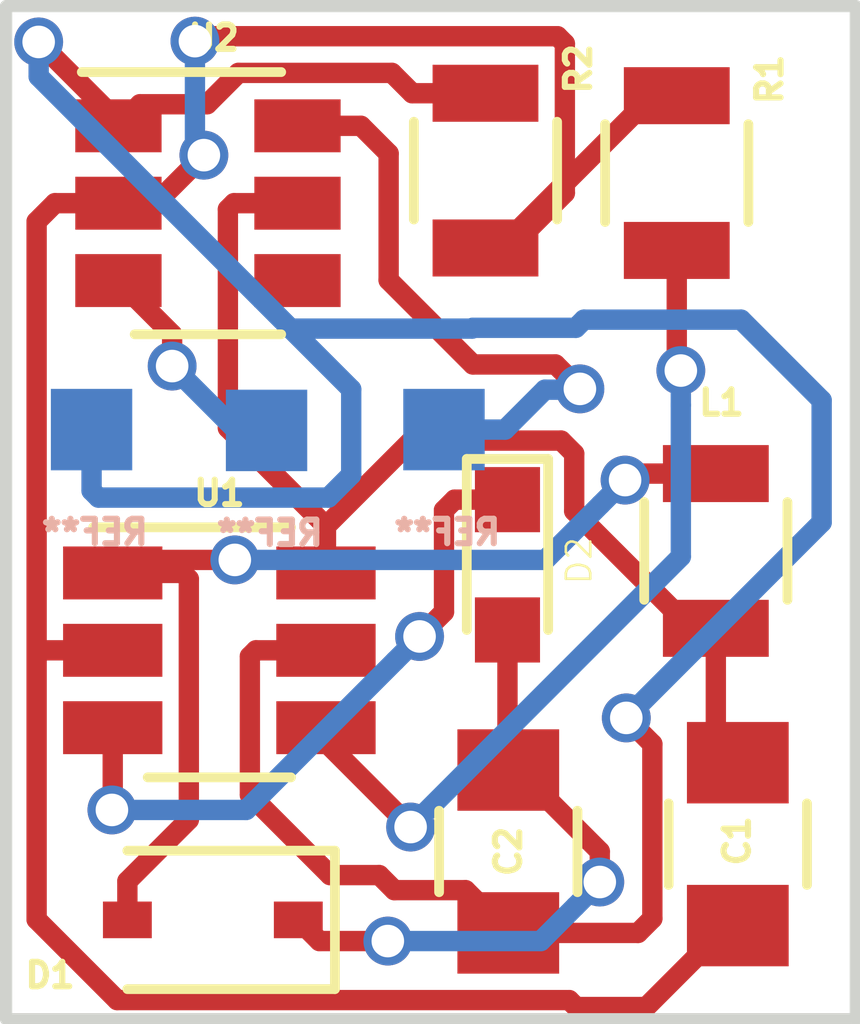
<source format=kicad_pcb>
(kicad_pcb (version 4) (host pcbnew 4.0.7)

  (general
    (links 16)
    (no_connects 0)
    (area 141.229999 103.849999 152.145001 116.835011)
    (thickness 1.6)
    (drawings 5)
    (tracks 141)
    (zones 0)
    (modules 12)
    (nets 11)
  )

  (page A4)
  (layers
    (0 F.Cu signal)
    (31 B.Cu signal)
    (32 B.Adhes user)
    (33 F.Adhes user)
    (34 B.Paste user)
    (35 F.Paste user)
    (36 B.SilkS user)
    (37 F.SilkS user)
    (38 B.Mask user)
    (39 F.Mask user)
    (40 Dwgs.User user)
    (41 Cmts.User user)
    (42 Eco1.User user)
    (43 Eco2.User user)
    (44 Edge.Cuts user)
    (45 Margin user)
    (46 B.CrtYd user)
    (47 F.CrtYd user)
    (48 B.Fab user)
    (49 F.Fab user)
  )

  (setup
    (last_trace_width 0.25)
    (trace_clearance 0.2)
    (zone_clearance 0.508)
    (zone_45_only no)
    (trace_min 0.2)
    (segment_width 0.2)
    (edge_width 0.15)
    (via_size 0.6)
    (via_drill 0.4)
    (via_min_size 0.4)
    (via_min_drill 0.3)
    (uvia_size 0.3)
    (uvia_drill 0.1)
    (uvias_allowed no)
    (uvia_min_size 0.2)
    (uvia_min_drill 0.1)
    (pcb_text_width 0.3)
    (pcb_text_size 1.5 1.5)
    (mod_edge_width 0.15)
    (mod_text_size 1 1)
    (mod_text_width 0.15)
    (pad_size 1 1)
    (pad_drill 0)
    (pad_to_mask_clearance 0.2)
    (aux_axis_origin 0 0)
    (visible_elements FFFFFF7F)
    (pcbplotparams
      (layerselection 0x00030_80000001)
      (usegerberextensions false)
      (excludeedgelayer true)
      (linewidth 0.100000)
      (plotframeref false)
      (viasonmask false)
      (mode 1)
      (useauxorigin false)
      (hpglpennumber 1)
      (hpglpenspeed 20)
      (hpglpendiameter 15)
      (hpglpenoverlay 2)
      (psnegative false)
      (psa4output false)
      (plotreference true)
      (plotvalue true)
      (plotinvisibletext false)
      (padsonsilk false)
      (subtractmaskfromsilk false)
      (outputformat 1)
      (mirror false)
      (drillshape 0)
      (scaleselection 1)
      (outputdirectory ./))
  )

  (net 0 "")
  (net 1 VCC)
  (net 2 GND)
  (net 3 "Net-(C2-Pad1)")
  (net 4 "Net-(C2-Pad2)")
  (net 5 "Net-(D1-Pad2)")
  (net 6 "Net-(D2-Pad1)")
  (net 7 "Net-(R1-Pad1)")
  (net 8 "Net-(U2-Pad3)")
  (net 9 "Net-(U2-Pad4)")
  (net 10 "Net-(U2-Pad6)")

  (net_class Default "This is the default net class."
    (clearance 0.2)
    (trace_width 0.25)
    (via_dia 0.6)
    (via_drill 0.4)
    (uvia_dia 0.3)
    (uvia_drill 0.1)
    (add_net GND)
    (add_net "Net-(C2-Pad1)")
    (add_net "Net-(C2-Pad2)")
    (add_net "Net-(D1-Pad2)")
    (add_net "Net-(D2-Pad1)")
    (add_net "Net-(R1-Pad1)")
    (add_net "Net-(U2-Pad3)")
    (add_net "Net-(U2-Pad4)")
    (add_net "Net-(U2-Pad6)")
    (add_net VCC)
  )

  (module Measurement_Points:Measurement_Point_Square-SMD-Pad_Small (layer B.Cu) (tedit 5B11B063) (tstamp 5B11AF93)
    (at 147.01 109.42)
    (descr "Mesurement Point, Square, SMD Pad,  1.5mm x 1.5mm,")
    (tags "Mesurement Point Square SMD Pad 1.5x1.5mm")
    (attr virtual)
    (fp_text reference REF** (at 0.04 1.26) (layer B.SilkS)
      (effects (font (size 0.3 0.3) (thickness 0.075)) (justify mirror))
    )
    (fp_text value RESET (at 0.03 -1.31) (layer B.Fab)
      (effects (font (size 0.3 0.3) (thickness 0.075)) (justify mirror))
    )
    (fp_line (start -1 1) (end 1 1) (layer B.CrtYd) (width 0.05))
    (fp_line (start 1 1) (end 1 -1) (layer B.CrtYd) (width 0.05))
    (fp_line (start 1 -1) (end -1 -1) (layer B.CrtYd) (width 0.05))
    (fp_line (start -1 -1) (end -1 1) (layer B.CrtYd) (width 0.05))
    (pad 1 smd rect (at 0 0) (size 1 1) (layers B.Cu B.Mask)
      (net 10 "Net-(U2-Pad6)"))
  )

  (module Measurement_Points:Measurement_Point_Square-SMD-Pad_Small (layer B.Cu) (tedit 5B11B042) (tstamp 5B11AF8F)
    (at 144.83 109.43)
    (descr "Mesurement Point, Square, SMD Pad,  1.5mm x 1.5mm,")
    (tags "Mesurement Point Square SMD Pad 1.5x1.5mm")
    (attr virtual)
    (fp_text reference REF** (at 0.04 1.26) (layer B.SilkS)
      (effects (font (size 0.3 0.3) (thickness 0.075)) (justify mirror))
    )
    (fp_text value TPICLK (at 0.03 -1.31 180) (layer B.Fab)
      (effects (font (size 0.3 0.3) (thickness 0.075)) (justify mirror))
    )
    (fp_line (start -1 1) (end 1 1) (layer B.CrtYd) (width 0.05))
    (fp_line (start 1 1) (end 1 -1) (layer B.CrtYd) (width 0.05))
    (fp_line (start 1 -1) (end -1 -1) (layer B.CrtYd) (width 0.05))
    (fp_line (start -1 -1) (end -1 1) (layer B.CrtYd) (width 0.05))
    (pad 1 smd rect (at 0 0) (size 1 1) (layers B.Cu B.Mask)
      (net 8 "Net-(U2-Pad3)"))
  )

  (module Capacitors_SMD:C_0805 (layer F.Cu) (tedit 5B11A7AF) (tstamp 5B11A561)
    (at 150.62 114.51 270)
    (descr "Capacitor SMD 0805, reflow soldering, AVX (see smccp.pdf)")
    (tags "capacitor 0805")
    (path /5B11B7FA)
    (attr smd)
    (fp_text reference C1 (at -0.04 0.01 270) (layer F.SilkS)
      (effects (font (size 0.3 0.3) (thickness 0.075)))
    )
    (fp_text value 4.7uF (at 0.05 1.2 270) (layer F.Fab)
      (effects (font (size 0.3 0.3) (thickness 0.075)))
    )
    (fp_text user %R (at -0.04 0.01 270) (layer F.Fab)
      (effects (font (size 0.3 0.3) (thickness 0.075)))
    )
    (fp_line (start -1 0.62) (end -1 -0.62) (layer F.Fab) (width 0.1))
    (fp_line (start 1 0.62) (end -1 0.62) (layer F.Fab) (width 0.1))
    (fp_line (start 1 -0.62) (end 1 0.62) (layer F.Fab) (width 0.1))
    (fp_line (start -1 -0.62) (end 1 -0.62) (layer F.Fab) (width 0.1))
    (fp_line (start 0.5 -0.85) (end -0.5 -0.85) (layer F.SilkS) (width 0.12))
    (fp_line (start -0.5 0.85) (end 0.5 0.85) (layer F.SilkS) (width 0.12))
    (fp_line (start -1.75 -0.88) (end 1.75 -0.88) (layer F.CrtYd) (width 0.05))
    (fp_line (start -1.75 -0.88) (end -1.75 0.87) (layer F.CrtYd) (width 0.05))
    (fp_line (start 1.75 0.87) (end 1.75 -0.88) (layer F.CrtYd) (width 0.05))
    (fp_line (start 1.75 0.87) (end -1.75 0.87) (layer F.CrtYd) (width 0.05))
    (pad 1 smd rect (at -1 0 270) (size 1 1.25) (layers F.Cu F.Paste F.Mask)
      (net 1 VCC))
    (pad 2 smd rect (at 1 0 270) (size 1 1.25) (layers F.Cu F.Paste F.Mask)
      (net 2 GND))
    (model Capacitors_SMD.3dshapes/C_0805.wrl
      (at (xyz 0 0 0))
      (scale (xyz 1 1 1))
      (rotate (xyz 0 0 0))
    )
  )

  (module Capacitors_SMD:C_0805 (layer F.Cu) (tedit 5B11A7D7) (tstamp 5B11A567)
    (at 147.8 114.6 270)
    (descr "Capacitor SMD 0805, reflow soldering, AVX (see smccp.pdf)")
    (tags "capacitor 0805")
    (path /5B11B861)
    (attr smd)
    (fp_text reference C2 (at 0 0 270) (layer F.SilkS)
      (effects (font (size 0.3 0.3) (thickness 0.075)))
    )
    (fp_text value 4.7uF (at 0.01 -1.14 270) (layer F.Fab)
      (effects (font (size 0.3 0.3) (thickness 0.075)))
    )
    (fp_text user %R (at -0.01 0 270) (layer F.Fab)
      (effects (font (size 0.3 0.3) (thickness 0.075)))
    )
    (fp_line (start -1 0.62) (end -1 -0.62) (layer F.Fab) (width 0.1))
    (fp_line (start 1 0.62) (end -1 0.62) (layer F.Fab) (width 0.1))
    (fp_line (start 1 -0.62) (end 1 0.62) (layer F.Fab) (width 0.1))
    (fp_line (start -1 -0.62) (end 1 -0.62) (layer F.Fab) (width 0.1))
    (fp_line (start 0.5 -0.85) (end -0.5 -0.85) (layer F.SilkS) (width 0.12))
    (fp_line (start -0.5 0.85) (end 0.5 0.85) (layer F.SilkS) (width 0.12))
    (fp_line (start -1.75 -0.88) (end 1.75 -0.88) (layer F.CrtYd) (width 0.05))
    (fp_line (start -1.75 -0.88) (end -1.75 0.87) (layer F.CrtYd) (width 0.05))
    (fp_line (start 1.75 0.87) (end 1.75 -0.88) (layer F.CrtYd) (width 0.05))
    (fp_line (start 1.75 0.87) (end -1.75 0.87) (layer F.CrtYd) (width 0.05))
    (pad 1 smd rect (at -1 0 270) (size 1 1.25) (layers F.Cu F.Paste F.Mask)
      (net 3 "Net-(C2-Pad1)"))
    (pad 2 smd rect (at 1 0 270) (size 1 1.25) (layers F.Cu F.Paste F.Mask)
      (net 4 "Net-(C2-Pad2)"))
    (model Capacitors_SMD.3dshapes/C_0805.wrl
      (at (xyz 0 0 0))
      (scale (xyz 1 1 1))
      (rotate (xyz 0 0 0))
    )
  )

  (module Diodes_SMD:D_SOD-323 (layer F.Cu) (tedit 5B11A873) (tstamp 5B11A56D)
    (at 144.17 115.44 180)
    (descr SOD-323)
    (tags SOD-323)
    (path /5B11A2F9)
    (attr smd)
    (fp_text reference D1 (at 2 -0.68 180) (layer F.SilkS)
      (effects (font (size 0.3 0.3) (thickness 0.075)))
    )
    (fp_text value D_Schottky (at -1.94 0.05 270) (layer F.Fab)
      (effects (font (size 0.3 0.3) (thickness 0.075)))
    )
    (fp_text user %R (at 2 -0.68 180) (layer F.Fab)
      (effects (font (size 0.3 0.3) (thickness 0.075)))
    )
    (fp_line (start -1.5 -0.85) (end -1.5 0.85) (layer F.SilkS) (width 0.12))
    (fp_line (start 0.2 0) (end 0.45 0) (layer F.Fab) (width 0.1))
    (fp_line (start 0.2 0.35) (end -0.3 0) (layer F.Fab) (width 0.1))
    (fp_line (start 0.2 -0.35) (end 0.2 0.35) (layer F.Fab) (width 0.1))
    (fp_line (start -0.3 0) (end 0.2 -0.35) (layer F.Fab) (width 0.1))
    (fp_line (start -0.3 0) (end -0.5 0) (layer F.Fab) (width 0.1))
    (fp_line (start -0.3 -0.35) (end -0.3 0.35) (layer F.Fab) (width 0.1))
    (fp_line (start -0.9 0.7) (end -0.9 -0.7) (layer F.Fab) (width 0.1))
    (fp_line (start 0.9 0.7) (end -0.9 0.7) (layer F.Fab) (width 0.1))
    (fp_line (start 0.9 -0.7) (end 0.9 0.7) (layer F.Fab) (width 0.1))
    (fp_line (start -0.9 -0.7) (end 0.9 -0.7) (layer F.Fab) (width 0.1))
    (fp_line (start -1.6 -0.95) (end 1.6 -0.95) (layer F.CrtYd) (width 0.05))
    (fp_line (start 1.6 -0.95) (end 1.6 0.95) (layer F.CrtYd) (width 0.05))
    (fp_line (start -1.6 0.95) (end 1.6 0.95) (layer F.CrtYd) (width 0.05))
    (fp_line (start -1.6 -0.95) (end -1.6 0.95) (layer F.CrtYd) (width 0.05))
    (fp_line (start -1.5 0.85) (end 1.05 0.85) (layer F.SilkS) (width 0.12))
    (fp_line (start -1.5 -0.85) (end 1.05 -0.85) (layer F.SilkS) (width 0.12))
    (pad 1 smd rect (at -1.05 0 180) (size 0.6 0.45) (layers F.Cu F.Paste F.Mask)
      (net 3 "Net-(C2-Pad1)"))
    (pad 2 smd rect (at 1.05 0 180) (size 0.6 0.45) (layers F.Cu F.Paste F.Mask)
      (net 5 "Net-(D1-Pad2)"))
    (model ${KISYS3DMOD}/Diodes_SMD.3dshapes/D_SOD-323.wrl
      (at (xyz 0 0 0))
      (scale (xyz 1 1 1))
      (rotate (xyz 0 0 0))
    )
  )

  (module LEDs:LED_0603 (layer F.Cu) (tedit 5B11A812) (tstamp 5B11A573)
    (at 147.79 111.08 270)
    (descr "LED 0603 smd package")
    (tags "LED led 0603 SMD smd SMT smt smdled SMDLED smtled SMTLED")
    (path /5B11A376)
    (attr smd)
    (fp_text reference D2 (at -0.05 -0.88 270) (layer F.SilkS)
      (effects (font (size 0.3 0.3) (thickness 0.03175)))
    )
    (fp_text value LED (at 0.04 0.95 270) (layer F.Fab)
      (effects (font (size 0.3 0.3) (thickness 0.075)))
    )
    (fp_line (start -1.3 -0.5) (end -1.3 0.5) (layer F.SilkS) (width 0.12))
    (fp_line (start -0.2 -0.2) (end -0.2 0.2) (layer F.Fab) (width 0.1))
    (fp_line (start -0.15 0) (end 0.15 -0.2) (layer F.Fab) (width 0.1))
    (fp_line (start 0.15 0.2) (end -0.15 0) (layer F.Fab) (width 0.1))
    (fp_line (start 0.15 -0.2) (end 0.15 0.2) (layer F.Fab) (width 0.1))
    (fp_line (start 0.8 0.4) (end -0.8 0.4) (layer F.Fab) (width 0.1))
    (fp_line (start 0.8 -0.4) (end 0.8 0.4) (layer F.Fab) (width 0.1))
    (fp_line (start -0.8 -0.4) (end 0.8 -0.4) (layer F.Fab) (width 0.1))
    (fp_line (start -0.8 0.4) (end -0.8 -0.4) (layer F.Fab) (width 0.1))
    (fp_line (start -1.3 0.5) (end 0.8 0.5) (layer F.SilkS) (width 0.12))
    (fp_line (start -1.3 -0.5) (end 0.8 -0.5) (layer F.SilkS) (width 0.12))
    (fp_line (start 1.45 -0.65) (end 1.45 0.65) (layer F.CrtYd) (width 0.05))
    (fp_line (start 1.45 0.65) (end -1.45 0.65) (layer F.CrtYd) (width 0.05))
    (fp_line (start -1.45 0.65) (end -1.45 -0.65) (layer F.CrtYd) (width 0.05))
    (fp_line (start -1.45 -0.65) (end 1.45 -0.65) (layer F.CrtYd) (width 0.05))
    (pad 2 smd rect (at 0.8 0 90) (size 0.8 0.8) (layers F.Cu F.Paste F.Mask)
      (net 3 "Net-(C2-Pad1)"))
    (pad 1 smd rect (at -0.8 0 90) (size 0.8 0.8) (layers F.Cu F.Paste F.Mask)
      (net 6 "Net-(D2-Pad1)"))
    (model ${KISYS3DMOD}/LEDs.3dshapes/LED_0603.wrl
      (at (xyz 0 0 0))
      (scale (xyz 1 1 1))
      (rotate (xyz 0 0 180))
    )
  )

  (module Inductors_SMD:L_0805 (layer F.Cu) (tedit 5B11A824) (tstamp 5B11A579)
    (at 150.35 110.91 270)
    (descr "Resistor SMD 0805, reflow soldering, Vishay (see dcrcw.pdf)")
    (tags "resistor 0805")
    (path /5B11A2C3)
    (attr smd)
    (fp_text reference L1 (at -1.82 -0.07 360) (layer F.SilkS)
      (effects (font (size 0.3 0.3) (thickness 0.075)))
    )
    (fp_text value 4.7uH (at 0.03 1.28 270) (layer F.Fab)
      (effects (font (size 0.3 0.3) (thickness 0.075)))
    )
    (fp_text user %R (at 0.03 0.04 450) (layer F.Fab)
      (effects (font (size 0.5 0.5) (thickness 0.075)))
    )
    (fp_line (start -1 0.62) (end -1 -0.62) (layer F.Fab) (width 0.1))
    (fp_line (start 1 0.62) (end -1 0.62) (layer F.Fab) (width 0.1))
    (fp_line (start 1 -0.62) (end 1 0.62) (layer F.Fab) (width 0.1))
    (fp_line (start -1 -0.62) (end 1 -0.62) (layer F.Fab) (width 0.1))
    (fp_line (start -1.6 -1) (end 1.6 -1) (layer F.CrtYd) (width 0.05))
    (fp_line (start -1.6 1) (end 1.6 1) (layer F.CrtYd) (width 0.05))
    (fp_line (start -1.6 -1) (end -1.6 1) (layer F.CrtYd) (width 0.05))
    (fp_line (start 1.6 -1) (end 1.6 1) (layer F.CrtYd) (width 0.05))
    (fp_line (start 0.6 0.88) (end -0.6 0.88) (layer F.SilkS) (width 0.12))
    (fp_line (start -0.6 -0.88) (end 0.6 -0.88) (layer F.SilkS) (width 0.12))
    (pad 1 smd rect (at -0.95 0 270) (size 0.7 1.3) (layers F.Cu F.Paste F.Mask)
      (net 5 "Net-(D1-Pad2)"))
    (pad 2 smd rect (at 0.95 0 270) (size 0.7 1.3) (layers F.Cu F.Paste F.Mask)
      (net 1 VCC))
    (model ${KISYS3DMOD}/Inductors_SMD.3dshapes/L_0805.wrl
      (at (xyz 0 0 0))
      (scale (xyz 1 1 1))
      (rotate (xyz 0 0 0))
    )
  )

  (module Resistors_SMD:R_0805 (layer F.Cu) (tedit 5B11A8A4) (tstamp 5B11A57F)
    (at 149.87 106.27 90)
    (descr "Resistor SMD 0805, reflow soldering, Vishay (see dcrcw.pdf)")
    (tags "resistor 0805")
    (path /5B11AE00)
    (attr smd)
    (fp_text reference R1 (at 1.15 1.14 90) (layer F.SilkS)
      (effects (font (size 0.3 0.3) (thickness 0.075)))
    )
    (fp_text value 4.53K (at 0.02 1.24 90) (layer F.Fab)
      (effects (font (size 0.3 0.3) (thickness 0.075)))
    )
    (fp_text user %R (at 0 0 90) (layer F.Fab)
      (effects (font (size 0.5 0.5) (thickness 0.075)))
    )
    (fp_line (start -1 0.62) (end -1 -0.62) (layer F.Fab) (width 0.1))
    (fp_line (start 1 0.62) (end -1 0.62) (layer F.Fab) (width 0.1))
    (fp_line (start 1 -0.62) (end 1 0.62) (layer F.Fab) (width 0.1))
    (fp_line (start -1 -0.62) (end 1 -0.62) (layer F.Fab) (width 0.1))
    (fp_line (start 0.6 0.88) (end -0.6 0.88) (layer F.SilkS) (width 0.12))
    (fp_line (start -0.6 -0.88) (end 0.6 -0.88) (layer F.SilkS) (width 0.12))
    (fp_line (start -1.55 -0.9) (end 1.55 -0.9) (layer F.CrtYd) (width 0.05))
    (fp_line (start -1.55 -0.9) (end -1.55 0.9) (layer F.CrtYd) (width 0.05))
    (fp_line (start 1.55 0.9) (end 1.55 -0.9) (layer F.CrtYd) (width 0.05))
    (fp_line (start 1.55 0.9) (end -1.55 0.9) (layer F.CrtYd) (width 0.05))
    (pad 1 smd rect (at -0.95 0 90) (size 0.7 1.3) (layers F.Cu F.Paste F.Mask)
      (net 7 "Net-(R1-Pad1)"))
    (pad 2 smd rect (at 0.95 0 90) (size 0.7 1.3) (layers F.Cu F.Paste F.Mask)
      (net 2 GND))
    (model ${KISYS3DMOD}/Resistors_SMD.3dshapes/R_0805.wrl
      (at (xyz 0 0 0))
      (scale (xyz 1 1 1))
      (rotate (xyz 0 0 0))
    )
  )

  (module Resistors_SMD:R_0805 (layer F.Cu) (tedit 5B11A8A6) (tstamp 5B11A585)
    (at 147.52 106.24 270)
    (descr "Resistor SMD 0805, reflow soldering, Vishay (see dcrcw.pdf)")
    (tags "resistor 0805")
    (path /5B11B149)
    (attr smd)
    (fp_text reference R2 (at -1.25 -1.14 270) (layer F.SilkS)
      (effects (font (size 0.3 0.3) (thickness 0.075)))
    )
    (fp_text value 4.53K (at 0 1.22 270) (layer F.Fab)
      (effects (font (size 0.3 0.3) (thickness 0.075)))
    )
    (fp_text user %R (at 0 0 270) (layer F.Fab)
      (effects (font (size 0.5 0.5) (thickness 0.075)))
    )
    (fp_line (start -1 0.62) (end -1 -0.62) (layer F.Fab) (width 0.1))
    (fp_line (start 1 0.62) (end -1 0.62) (layer F.Fab) (width 0.1))
    (fp_line (start 1 -0.62) (end 1 0.62) (layer F.Fab) (width 0.1))
    (fp_line (start -1 -0.62) (end 1 -0.62) (layer F.Fab) (width 0.1))
    (fp_line (start 0.6 0.88) (end -0.6 0.88) (layer F.SilkS) (width 0.12))
    (fp_line (start -0.6 -0.88) (end 0.6 -0.88) (layer F.SilkS) (width 0.12))
    (fp_line (start -1.55 -0.9) (end 1.55 -0.9) (layer F.CrtYd) (width 0.05))
    (fp_line (start -1.55 -0.9) (end -1.55 0.9) (layer F.CrtYd) (width 0.05))
    (fp_line (start 1.55 0.9) (end 1.55 -0.9) (layer F.CrtYd) (width 0.05))
    (fp_line (start 1.55 0.9) (end -1.55 0.9) (layer F.CrtYd) (width 0.05))
    (pad 1 smd rect (at -0.95 0 270) (size 0.7 1.3) (layers F.Cu F.Paste F.Mask)
      (net 4 "Net-(C2-Pad2)"))
    (pad 2 smd rect (at 0.95 0 270) (size 0.7 1.3) (layers F.Cu F.Paste F.Mask)
      (net 2 GND))
    (model ${KISYS3DMOD}/Resistors_SMD.3dshapes/R_0805.wrl
      (at (xyz 0 0 0))
      (scale (xyz 1 1 1))
      (rotate (xyz 0 0 0))
    )
  )

  (module TO_SOT_Packages_SMD:TSOT-23-6 (layer F.Cu) (tedit 5B11A87D) (tstamp 5B11A58F)
    (at 144.25 112.13)
    (descr "6-pin TSOT23 package, http://cds.linear.com/docs/en/packaging/SOT_6_05-08-1636.pdf")
    (tags "TSOT-23-6 MK06A TSOT-6")
    (path /5B11A208)
    (attr smd)
    (fp_text reference U1 (at 0 -1.93) (layer F.SilkS)
      (effects (font (size 0.3 0.3) (thickness 0.075)))
    )
    (fp_text value LT1932ES6 (at 0.05 1.96) (layer F.Fab)
      (effects (font (size 0.3 0.3) (thickness 0.075)))
    )
    (fp_text user %R (at 0 0 90) (layer F.Fab)
      (effects (font (size 0.5 0.5) (thickness 0.075)))
    )
    (fp_line (start -0.88 1.56) (end 0.88 1.56) (layer F.SilkS) (width 0.12))
    (fp_line (start 0.88 -1.51) (end -1.55 -1.51) (layer F.SilkS) (width 0.12))
    (fp_line (start -0.88 -1) (end -0.43 -1.45) (layer F.Fab) (width 0.1))
    (fp_line (start 0.88 -1.45) (end -0.43 -1.45) (layer F.Fab) (width 0.1))
    (fp_line (start -0.88 -1) (end -0.88 1.45) (layer F.Fab) (width 0.1))
    (fp_line (start 0.88 1.45) (end -0.88 1.45) (layer F.Fab) (width 0.1))
    (fp_line (start 0.88 -1.45) (end 0.88 1.45) (layer F.Fab) (width 0.1))
    (fp_line (start -2.17 -1.7) (end 2.17 -1.7) (layer F.CrtYd) (width 0.05))
    (fp_line (start -2.17 -1.7) (end -2.17 1.7) (layer F.CrtYd) (width 0.05))
    (fp_line (start 2.17 1.7) (end 2.17 -1.7) (layer F.CrtYd) (width 0.05))
    (fp_line (start 2.17 1.7) (end -2.17 1.7) (layer F.CrtYd) (width 0.05))
    (pad 1 smd rect (at -1.31 -0.95) (size 1.22 0.65) (layers F.Cu F.Paste F.Mask)
      (net 5 "Net-(D1-Pad2)"))
    (pad 2 smd rect (at -1.31 0) (size 1.22 0.65) (layers F.Cu F.Paste F.Mask)
      (net 2 GND))
    (pad 3 smd rect (at -1.31 0.95) (size 1.22 0.65) (layers F.Cu F.Paste F.Mask)
      (net 6 "Net-(D2-Pad1)"))
    (pad 4 smd rect (at 1.31 0.95) (size 1.22 0.65) (layers F.Cu F.Paste F.Mask)
      (net 7 "Net-(R1-Pad1)"))
    (pad 5 smd rect (at 1.31 0) (size 1.22 0.65) (layers F.Cu F.Paste F.Mask)
      (net 4 "Net-(C2-Pad2)"))
    (pad 6 smd rect (at 1.31 -0.95) (size 1.22 0.65) (layers F.Cu F.Paste F.Mask)
      (net 1 VCC))
    (model ${KISYS3DMOD}/TO_SOT_Packages_SMD.3dshapes/TSOT-23-6.wrl
      (at (xyz 0 0 0))
      (scale (xyz 1 1 1))
      (rotate (xyz 0 0 0))
    )
  )

  (module TO_SOT_Packages_SMD:SOT-23-6 (layer F.Cu) (tedit 5B11A887) (tstamp 5B11A599)
    (at 144.11 106.64)
    (descr "6-pin SOT-23 package")
    (tags SOT-23-6)
    (path /5B11A014)
    (attr smd)
    (fp_text reference U2 (at 0.07 -2.03) (layer F.SilkS)
      (effects (font (size 0.3 0.3) (thickness 0.075)))
    )
    (fp_text value ATTINY10 (at 0.07 2.18) (layer F.Fab)
      (effects (font (size 0.5 0.5) (thickness 0.125)))
    )
    (fp_text user %R (at 0 0 90) (layer F.Fab)
      (effects (font (size 0.5 0.5) (thickness 0.075)))
    )
    (fp_line (start -0.9 1.61) (end 0.9 1.61) (layer F.SilkS) (width 0.12))
    (fp_line (start 0.9 -1.61) (end -1.55 -1.61) (layer F.SilkS) (width 0.12))
    (fp_line (start 1.9 -1.8) (end -1.9 -1.8) (layer F.CrtYd) (width 0.05))
    (fp_line (start 1.9 1.8) (end 1.9 -1.8) (layer F.CrtYd) (width 0.05))
    (fp_line (start -1.9 1.8) (end 1.9 1.8) (layer F.CrtYd) (width 0.05))
    (fp_line (start -1.9 -1.8) (end -1.9 1.8) (layer F.CrtYd) (width 0.05))
    (fp_line (start -0.9 -0.9) (end -0.25 -1.55) (layer F.Fab) (width 0.1))
    (fp_line (start 0.9 -1.55) (end -0.25 -1.55) (layer F.Fab) (width 0.1))
    (fp_line (start -0.9 -0.9) (end -0.9 1.55) (layer F.Fab) (width 0.1))
    (fp_line (start 0.9 1.55) (end -0.9 1.55) (layer F.Fab) (width 0.1))
    (fp_line (start 0.9 -1.55) (end 0.9 1.55) (layer F.Fab) (width 0.1))
    (pad 1 smd rect (at -1.1 -0.95) (size 1.06 0.65) (layers F.Cu F.Paste F.Mask)
      (net 4 "Net-(C2-Pad2)"))
    (pad 2 smd rect (at -1.1 0) (size 1.06 0.65) (layers F.Cu F.Paste F.Mask)
      (net 2 GND))
    (pad 3 smd rect (at -1.1 0.95) (size 1.06 0.65) (layers F.Cu F.Paste F.Mask)
      (net 8 "Net-(U2-Pad3)"))
    (pad 4 smd rect (at 1.1 0.95) (size 1.06 0.65) (layers F.Cu F.Paste F.Mask)
      (net 9 "Net-(U2-Pad4)"))
    (pad 6 smd rect (at 1.1 -0.95) (size 1.06 0.65) (layers F.Cu F.Paste F.Mask)
      (net 10 "Net-(U2-Pad6)"))
    (pad 5 smd rect (at 1.1 0) (size 1.06 0.65) (layers F.Cu F.Paste F.Mask)
      (net 1 VCC))
    (model ${KISYS3DMOD}/TO_SOT_Packages_SMD.3dshapes/SOT-23-6.wrl
      (at (xyz 0 0 0))
      (scale (xyz 1 1 1))
      (rotate (xyz 0 0 0))
    )
  )

  (module Measurement_Points:Measurement_Point_Square-SMD-Pad_Small (layer B.Cu) (tedit 5B11B083) (tstamp 5B11AF7E)
    (at 142.68 109.42)
    (descr "Mesurement Point, Square, SMD Pad,  1.5mm x 1.5mm,")
    (tags "Mesurement Point Square SMD Pad 1.5x1.5mm")
    (attr virtual)
    (fp_text reference REF** (at 0.04 1.26) (layer B.SilkS)
      (effects (font (size 0.3 0.3) (thickness 0.075)) (justify mirror))
    )
    (fp_text value TPIDATA (at 0.03 -1.31) (layer B.Fab)
      (effects (font (size 0.3 0.3) (thickness 0.075)) (justify mirror))
    )
    (fp_line (start -1 1) (end 1 1) (layer B.CrtYd) (width 0.05))
    (fp_line (start 1 1) (end 1 -1) (layer B.CrtYd) (width 0.05))
    (fp_line (start 1 -1) (end -1 -1) (layer B.CrtYd) (width 0.05))
    (fp_line (start -1 -1) (end -1 1) (layer B.CrtYd) (width 0.05))
    (pad 1 smd rect (at 0 0) (size 1 1) (layers B.Cu B.Mask)
      (net 4 "Net-(C2-Pad2)"))
  )

  (gr_line (start 152.07 104.22) (end 141.63 104.22) (angle 90) (layer Edge.Cuts) (width 0.15))
  (gr_line (start 152.07 116.66) (end 152.07 104.22) (angle 90) (layer Edge.Cuts) (width 0.15))
  (gr_line (start 141.63 116.66) (end 152.07 116.66) (angle 90) (layer Edge.Cuts) (width 0.15))
  (gr_line (start 141.63 104.22) (end 141.63 104.58) (angle 90) (layer Edge.Cuts) (width 0.15))
  (gr_line (start 141.63 116.65) (end 141.63 104.27) (angle 90) (layer Edge.Cuts) (width 0.15))

  (segment (start 144.43 106.64) (end 144.354999 106.715001) (width 0.25) (layer F.Cu) (net 1))
  (segment (start 145.21 106.64) (end 144.43 106.64) (width 0.25) (layer F.Cu) (net 1))
  (segment (start 144.354999 106.715001) (end 144.354999 109.399999) (width 0.25) (layer F.Cu) (net 1))
  (segment (start 144.354999 109.399999) (end 145.56 110.605) (width 0.25) (layer F.Cu) (net 1))
  (segment (start 148.61 109.714998) (end 148.61 110.42) (width 0.25) (layer F.Cu) (net 1))
  (segment (start 148.61 110.42) (end 150.05 111.86) (width 0.25) (layer F.Cu) (net 1))
  (segment (start 150.05 111.86) (end 150.35 111.86) (width 0.25) (layer F.Cu) (net 1))
  (segment (start 145.56 110.605) (end 146.610001 109.554999) (width 0.25) (layer F.Cu) (net 1))
  (segment (start 146.610001 109.554999) (end 148.450001 109.554999) (width 0.25) (layer F.Cu) (net 1))
  (segment (start 148.450001 109.554999) (end 148.61 109.714998) (width 0.25) (layer F.Cu) (net 1))
  (segment (start 145.56 110.605) (end 145.56 111.18) (width 0.25) (layer F.Cu) (net 1))
  (segment (start 150.35 111.86) (end 150.35 113.24) (width 0.25) (layer F.Cu) (net 1))
  (segment (start 150.35 113.24) (end 150.62 113.51) (width 0.25) (layer F.Cu) (net 1))
  (segment (start 144.06 106.05) (end 143.47 106.64) (width 0.25) (layer F.Cu) (net 2))
  (segment (start 143.47 106.64) (end 143.01 106.64) (width 0.25) (layer F.Cu) (net 2))
  (segment (start 143.95 104.65) (end 143.95 105.94) (width 0.25) (layer B.Cu) (net 2))
  (segment (start 143.95 105.94) (end 144.06 106.05) (width 0.25) (layer B.Cu) (net 2))
  (via (at 144.06 106.05) (size 0.6) (drill 0.4) (layers F.Cu B.Cu) (net 2))
  (segment (start 148.40499 104.589988) (end 144.010012 104.589988) (width 0.25) (layer F.Cu) (net 2))
  (segment (start 144.010012 104.589988) (end 143.95 104.65) (width 0.25) (layer F.Cu) (net 2))
  (segment (start 148.495001 104.679999) (end 148.40499 104.589988) (width 0.25) (layer F.Cu) (net 2))
  (via (at 143.95 104.65) (size 0.6) (drill 0.4) (layers F.Cu B.Cu) (net 2))
  (segment (start 142.23 106.64) (end 143.01 106.64) (width 0.25) (layer F.Cu) (net 2))
  (segment (start 147.82 107.19) (end 148.495001 106.514999) (width 0.25) (layer F.Cu) (net 2))
  (segment (start 147.52 107.19) (end 147.82 107.19) (width 0.25) (layer F.Cu) (net 2))
  (segment (start 148.495001 106.514999) (end 148.495001 104.679999) (width 0.25) (layer F.Cu) (net 2))
  (segment (start 148.633599 116.510009) (end 148.548591 116.425001) (width 0.25) (layer F.Cu) (net 2))
  (segment (start 150.495 115.51) (end 149.494991 116.510009) (width 0.25) (layer F.Cu) (net 2))
  (segment (start 149.494991 116.510009) (end 148.633599 116.510009) (width 0.25) (layer F.Cu) (net 2))
  (segment (start 142.994999 116.425001) (end 142.004999 115.435001) (width 0.25) (layer F.Cu) (net 2))
  (segment (start 148.548591 116.425001) (end 142.994999 116.425001) (width 0.25) (layer F.Cu) (net 2))
  (segment (start 142.004999 115.435001) (end 142.004999 112.205001) (width 0.25) (layer F.Cu) (net 2))
  (segment (start 150.62 115.51) (end 150.495 115.51) (width 0.25) (layer F.Cu) (net 2))
  (segment (start 149.87 105.32) (end 149.57 105.32) (width 0.25) (layer F.Cu) (net 2))
  (segment (start 149.57 105.32) (end 147.7 107.19) (width 0.25) (layer F.Cu) (net 2))
  (segment (start 147.7 107.19) (end 147.52 107.19) (width 0.25) (layer F.Cu) (net 2))
  (segment (start 142.004999 112.205001) (end 142.004999 106.865001) (width 0.25) (layer F.Cu) (net 2))
  (segment (start 142.004999 106.865001) (end 142.23 106.64) (width 0.25) (layer F.Cu) (net 2))
  (segment (start 142.004999 112.205001) (end 142.08 112.13) (width 0.25) (layer F.Cu) (net 2))
  (segment (start 142.08 112.13) (end 142.94 112.13) (width 0.25) (layer F.Cu) (net 2))
  (segment (start 148.624214 115.274989) (end 148.924213 114.97499) (width 0.25) (layer B.Cu) (net 3))
  (segment (start 148.199203 115.7) (end 148.624214 115.274989) (width 0.25) (layer B.Cu) (net 3))
  (segment (start 147.8 113.6) (end 147.925 113.6) (width 0.25) (layer F.Cu) (net 3))
  (segment (start 146.32 115.7) (end 148.199203 115.7) (width 0.25) (layer B.Cu) (net 3))
  (segment (start 148.924213 114.599213) (end 148.924213 114.97499) (width 0.25) (layer F.Cu) (net 3))
  (segment (start 147.925 113.6) (end 148.924213 114.599213) (width 0.25) (layer F.Cu) (net 3))
  (via (at 148.924213 114.97499) (size 0.6) (drill 0.4) (layers F.Cu B.Cu) (net 3))
  (segment (start 146.32 115.7) (end 145.48 115.7) (width 0.25) (layer F.Cu) (net 3))
  (segment (start 145.48 115.7) (end 145.22 115.44) (width 0.25) (layer F.Cu) (net 3))
  (via (at 146.32 115.7) (size 0.6) (drill 0.4) (layers F.Cu B.Cu) (net 3))
  (segment (start 147.79 111.88) (end 147.79 113.59) (width 0.25) (layer F.Cu) (net 3))
  (segment (start 147.79 113.59) (end 147.8 113.6) (width 0.25) (layer F.Cu) (net 3))
  (segment (start 145.87 109.975002) (end 145.87 108.924264) (width 0.25) (layer B.Cu) (net 4))
  (segment (start 145.87 108.924264) (end 145.125736 108.18) (width 0.25) (layer B.Cu) (net 4))
  (segment (start 142.68 109.42) (end 142.68 110.17) (width 0.25) (layer B.Cu) (net 4))
  (segment (start 142.68 110.17) (end 142.765001 110.255001) (width 0.25) (layer B.Cu) (net 4))
  (segment (start 142.765001 110.255001) (end 145.590001 110.255001) (width 0.25) (layer B.Cu) (net 4))
  (segment (start 145.590001 110.255001) (end 145.87 109.975002) (width 0.25) (layer B.Cu) (net 4))
  (segment (start 146.62 105.29) (end 147.52 105.29) (width 0.25) (layer F.Cu) (net 4))
  (segment (start 146.369999 105.039999) (end 146.62 105.29) (width 0.25) (layer F.Cu) (net 4))
  (segment (start 143.275001 105.424999) (end 144.100005 105.424999) (width 0.25) (layer F.Cu) (net 4))
  (segment (start 144.485005 105.039999) (end 146.369999 105.039999) (width 0.25) (layer F.Cu) (net 4))
  (segment (start 144.100005 105.424999) (end 144.485005 105.039999) (width 0.25) (layer F.Cu) (net 4))
  (segment (start 143.01 105.69) (end 143.275001 105.424999) (width 0.25) (layer F.Cu) (net 4))
  (segment (start 151.65 110.56) (end 149.25 112.96) (width 0.25) (layer B.Cu) (net 4))
  (segment (start 150.66 108.07) (end 151.65 109.06) (width 0.25) (layer B.Cu) (net 4))
  (segment (start 148.73 108.07) (end 150.66 108.07) (width 0.25) (layer B.Cu) (net 4))
  (segment (start 148.63 108.17) (end 148.73 108.07) (width 0.25) (layer B.Cu) (net 4))
  (segment (start 147.365002 108.17) (end 148.63 108.17) (width 0.25) (layer B.Cu) (net 4))
  (segment (start 147.355002 108.18) (end 147.365002 108.17) (width 0.25) (layer B.Cu) (net 4))
  (segment (start 145.125736 108.18) (end 147.355002 108.18) (width 0.25) (layer B.Cu) (net 4))
  (segment (start 142.03 105.084264) (end 145.125736 108.18) (width 0.25) (layer B.Cu) (net 4))
  (segment (start 142.03 104.66) (end 142.03 105.084264) (width 0.25) (layer B.Cu) (net 4))
  (segment (start 151.65 109.06) (end 151.65 110.56) (width 0.25) (layer B.Cu) (net 4))
  (segment (start 149.569991 115.424368) (end 149.394359 115.6) (width 0.25) (layer F.Cu) (net 4))
  (segment (start 149.569991 113.279991) (end 149.569991 115.424368) (width 0.25) (layer F.Cu) (net 4))
  (segment (start 149.25 112.96) (end 149.569991 113.279991) (width 0.25) (layer F.Cu) (net 4))
  (segment (start 149.394359 115.6) (end 147.8 115.6) (width 0.25) (layer F.Cu) (net 4))
  (via (at 149.25 112.96) (size 0.6) (drill 0.4) (layers F.Cu B.Cu) (net 4))
  (segment (start 143.01 105.69) (end 143.01 105.64) (width 0.25) (layer F.Cu) (net 4))
  (via (at 142.03 104.66) (size 0.6) (drill 0.4) (layers F.Cu B.Cu) (net 4))
  (segment (start 143.01 105.64) (end 142.03 104.66) (width 0.25) (layer F.Cu) (net 4))
  (segment (start 147.22 105.29) (end 147.52 105.29) (width 0.25) (layer F.Cu) (net 4))
  (segment (start 144.624999 113.904999) (end 144.624999 112.205001) (width 0.25) (layer F.Cu) (net 4))
  (segment (start 144.7 112.13) (end 145.56 112.13) (width 0.25) (layer F.Cu) (net 4))
  (segment (start 145.609999 114.889999) (end 144.624999 113.904999) (width 0.25) (layer F.Cu) (net 4))
  (segment (start 146.399999 115.074999) (end 146.214999 114.889999) (width 0.25) (layer F.Cu) (net 4))
  (segment (start 147.274999 115.074999) (end 146.399999 115.074999) (width 0.25) (layer F.Cu) (net 4))
  (segment (start 144.624999 112.205001) (end 144.7 112.13) (width 0.25) (layer F.Cu) (net 4))
  (segment (start 147.8 115.6) (end 147.274999 115.074999) (width 0.25) (layer F.Cu) (net 4))
  (segment (start 146.214999 114.889999) (end 145.609999 114.889999) (width 0.25) (layer F.Cu) (net 4))
  (segment (start 142.94 111.18) (end 143.8 111.18) (width 0.25) (layer F.Cu) (net 5))
  (segment (start 144.44 111.02) (end 148.25475 111.02) (width 0.25) (layer B.Cu) (net 5))
  (segment (start 148.25475 111.02) (end 148.935011 110.339739) (width 0.25) (layer B.Cu) (net 5))
  (segment (start 143.1 111.02) (end 142.94 111.18) (width 0.25) (layer F.Cu) (net 5))
  (segment (start 144.44 111.02) (end 143.1 111.02) (width 0.25) (layer F.Cu) (net 5))
  (via (at 144.44 111.02) (size 0.6) (drill 0.4) (layers F.Cu B.Cu) (net 5))
  (segment (start 148.935011 110.339739) (end 149.23501 110.03974) (width 0.25) (layer B.Cu) (net 5))
  (segment (start 149.31475 109.96) (end 149.23501 110.03974) (width 0.25) (layer F.Cu) (net 5))
  (segment (start 150.35 109.96) (end 149.31475 109.96) (width 0.25) (layer F.Cu) (net 5))
  (via (at 149.23501 110.03974) (size 0.6) (drill 0.4) (layers F.Cu B.Cu) (net 5))
  (segment (start 143.8 111.18) (end 143.875001 111.255001) (width 0.25) (layer F.Cu) (net 5))
  (segment (start 143.875001 111.255001) (end 143.875001 114.209999) (width 0.25) (layer F.Cu) (net 5))
  (segment (start 143.875001 114.209999) (end 143.12 114.965) (width 0.25) (layer F.Cu) (net 5))
  (segment (start 143.12 114.965) (end 143.12 115.44) (width 0.25) (layer F.Cu) (net 5))
  (segment (start 146.410001 112.259999) (end 146.71 111.96) (width 0.25) (layer B.Cu) (net 6))
  (segment (start 144.58 114.09) (end 146.410001 112.259999) (width 0.25) (layer B.Cu) (net 6))
  (segment (start 142.93 114.09) (end 144.58 114.09) (width 0.25) (layer B.Cu) (net 6))
  (segment (start 146.71 111.96) (end 147.009999 111.660001) (width 0.25) (layer F.Cu) (net 6))
  (segment (start 147.009999 111.660001) (end 147.009999 110.410001) (width 0.25) (layer F.Cu) (net 6))
  (segment (start 147.009999 110.410001) (end 147.14 110.28) (width 0.25) (layer F.Cu) (net 6))
  (segment (start 147.14 110.28) (end 147.79 110.28) (width 0.25) (layer F.Cu) (net 6))
  (via (at 146.71 111.96) (size 0.6) (drill 0.4) (layers F.Cu B.Cu) (net 6))
  (segment (start 142.94 113.08) (end 142.94 114.08) (width 0.25) (layer F.Cu) (net 6))
  (segment (start 142.94 114.08) (end 142.93 114.09) (width 0.25) (layer F.Cu) (net 6))
  (via (at 142.93 114.09) (size 0.6) (drill 0.4) (layers F.Cu B.Cu) (net 6))
  (segment (start 149.87 107.22) (end 149.87 108.64501) (width 0.25) (layer F.Cu) (net 7))
  (segment (start 149.92 109.119274) (end 149.92 108.69501) (width 0.25) (layer B.Cu) (net 7))
  (segment (start 149.92 110.98) (end 149.92 109.119274) (width 0.25) (layer B.Cu) (net 7))
  (segment (start 149.87 108.64501) (end 149.92 108.69501) (width 0.25) (layer F.Cu) (net 7))
  (segment (start 146.6 114.3) (end 149.92 110.98) (width 0.25) (layer B.Cu) (net 7))
  (via (at 149.92 108.69501) (size 0.6) (drill 0.4) (layers F.Cu B.Cu) (net 7))
  (segment (start 145.56 113.08) (end 145.56 113.26) (width 0.25) (layer F.Cu) (net 7))
  (via (at 146.6 114.3) (size 0.6) (drill 0.4) (layers F.Cu B.Cu) (net 7))
  (segment (start 145.56 113.26) (end 146.6 114.3) (width 0.25) (layer F.Cu) (net 7))
  (segment (start 143.67 108.64) (end 143.67 108.25) (width 0.25) (layer F.Cu) (net 8))
  (segment (start 143.67 108.25) (end 143.01 107.59) (width 0.25) (layer F.Cu) (net 8))
  (segment (start 144.83 109.43) (end 144.46 109.43) (width 0.25) (layer B.Cu) (net 8))
  (segment (start 144.46 109.43) (end 143.67 108.64) (width 0.25) (layer B.Cu) (net 8))
  (via (at 143.67 108.64) (size 0.6) (drill 0.4) (layers F.Cu B.Cu) (net 8))
  (segment (start 146.33 107.585002) (end 146.33 106.03) (width 0.25) (layer F.Cu) (net 10))
  (segment (start 146.33 106.03) (end 145.99 105.69) (width 0.25) (layer F.Cu) (net 10))
  (segment (start 145.99 105.69) (end 145.21 105.69) (width 0.25) (layer F.Cu) (net 10))
  (segment (start 148.68 108.92) (end 148.380001 108.620001) (width 0.25) (layer F.Cu) (net 10))
  (segment (start 148.380001 108.620001) (end 147.364999 108.620001) (width 0.25) (layer F.Cu) (net 10))
  (segment (start 147.364999 108.620001) (end 146.33 107.585002) (width 0.25) (layer F.Cu) (net 10))
  (segment (start 148.25 108.93) (end 148.67 108.93) (width 0.25) (layer B.Cu) (net 10))
  (segment (start 148.67 108.93) (end 148.68 108.92) (width 0.25) (layer B.Cu) (net 10))
  (via (at 148.68 108.92) (size 0.6) (drill 0.4) (layers F.Cu B.Cu) (net 10))
  (segment (start 147.01 109.42) (end 147.76 109.42) (width 0.25) (layer B.Cu) (net 10))
  (segment (start 147.76 109.42) (end 148.25 108.93) (width 0.25) (layer B.Cu) (net 10))

)

</source>
